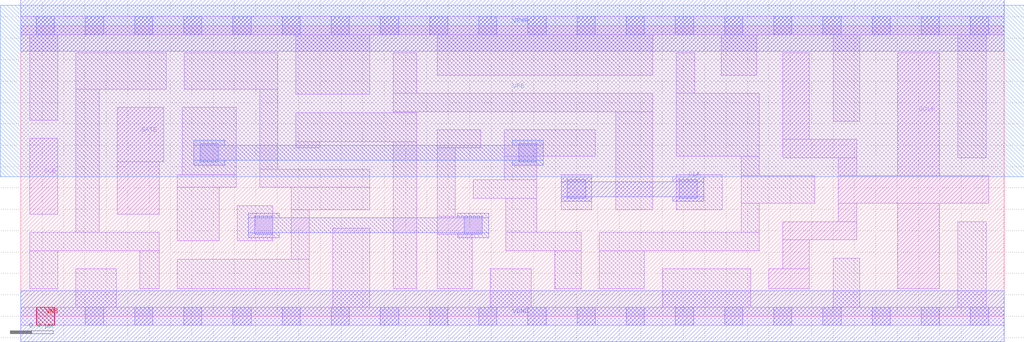
<source format=lef>
# Copyright 2020 The SkyWater PDK Authors
#
# Licensed under the Apache License, Version 2.0 (the "License");
# you may not use this file except in compliance with the License.
# You may obtain a copy of the License at
#
#     https://www.apache.org/licenses/LICENSE-2.0
#
# Unless required by applicable law or agreed to in writing, software
# distributed under the License is distributed on an "AS IS" BASIS,
# WITHOUT WARRANTIES OR CONDITIONS OF ANY KIND, either express or implied.
# See the License for the specific language governing permissions and
# limitations under the License.
#
# SPDX-License-Identifier: Apache-2.0

VERSION 5.7 ;
  NOWIREEXTENSIONATPIN ON ;
  DIVIDERCHAR "/" ;
  BUSBITCHARS "[]" ;
PROPERTYDEFINITIONS
  MACRO maskLayoutSubType STRING ;
  MACRO prCellType STRING ;
  MACRO originalViewName STRING ;
END PROPERTYDEFINITIONS
MACRO sky130_fd_sc_hdll__sdlclkp_4
  CLASS CORE ;
  FOREIGN sky130_fd_sc_hdll__sdlclkp_4 ;
  ORIGIN  0.000000  0.000000 ;
  SIZE  9.200000 BY  2.720000 ;
  SYMMETRY X Y R90 ;
  SITE unithd ;
  PIN CLK
    ANTENNAGATEAREA  0.455700 ;
    DIRECTION INPUT ;
    USE SIGNAL ;
    PORT
      LAYER met1 ;
        RECT 5.055000 1.075000 5.345000 1.120000 ;
        RECT 5.055000 1.120000 6.390000 1.260000 ;
        RECT 5.055000 1.260000 5.345000 1.305000 ;
        RECT 6.100000 1.075000 6.390000 1.120000 ;
        RECT 6.100000 1.260000 6.390000 1.305000 ;
    END
  END CLK
  PIN GATE
    ANTENNAGATEAREA  0.178200 ;
    DIRECTION INPUT ;
    USE SIGNAL ;
    PORT
      LAYER li1 ;
        RECT 0.905000 0.955000 1.295000 1.445000 ;
        RECT 0.905000 1.445000 1.340000 1.955000 ;
    END
  END GATE
  PIN GCLK
    ANTENNADIFFAREA  1.251250 ;
    DIRECTION OUTPUT ;
    USE SIGNAL ;
    PORT
      LAYER li1 ;
        RECT 7.000000 0.255000 7.380000 0.445000 ;
        RECT 7.130000 0.445000 7.380000 0.715000 ;
        RECT 7.130000 0.715000 7.820000 0.885000 ;
        RECT 7.130000 1.485000 7.820000 1.655000 ;
        RECT 7.130000 1.655000 7.380000 2.465000 ;
        RECT 7.650000 0.885000 7.820000 1.055000 ;
        RECT 7.650000 1.055000 9.055000 1.315000 ;
        RECT 7.650000 1.315000 7.820000 1.485000 ;
        RECT 8.205000 0.255000 8.595000 1.055000 ;
        RECT 8.205000 1.315000 8.595000 2.465000 ;
    END
  END GCLK
  PIN SCE
    ANTENNAGATEAREA  0.178200 ;
    DIRECTION INPUT ;
    USE SIGNAL ;
    PORT
      LAYER li1 ;
        RECT 0.085000 0.955000 0.345000 1.665000 ;
    END
  END SCE
  PIN VNB
    PORT
      LAYER pwell ;
        RECT 0.150000 -0.085000 0.320000 0.085000 ;
    END
  END VNB
  PIN VPB
    PORT
      LAYER nwell ;
        RECT -0.190000 1.305000 9.390000 2.910000 ;
    END
  END VPB
  PIN VGND
    DIRECTION INOUT ;
    USE GROUND ;
    PORT
      LAYER met1 ;
        RECT 0.000000 -0.240000 9.200000 0.240000 ;
    END
  END VGND
  PIN VPWR
    DIRECTION INOUT ;
    USE POWER ;
    PORT
      LAYER met1 ;
        RECT 0.000000 2.480000 9.200000 2.960000 ;
    END
  END VPWR
  OBS
    LAYER li1 ;
      RECT 0.000000 -0.085000 9.200000 0.085000 ;
      RECT 0.000000  2.635000 9.200000 2.805000 ;
      RECT 0.085000  0.255000 0.345000 0.615000 ;
      RECT 0.085000  0.615000 1.295000 0.785000 ;
      RECT 0.085000  1.835000 0.345000 2.635000 ;
      RECT 0.515000  0.085000 0.895000 0.445000 ;
      RECT 0.515000  0.785000 0.735000 2.125000 ;
      RECT 0.515000  2.125000 1.360000 2.465000 ;
      RECT 1.115000  0.255000 1.295000 0.615000 ;
      RECT 1.465000  0.255000 2.700000 0.535000 ;
      RECT 1.465000  0.705000 1.855000 1.205000 ;
      RECT 1.465000  1.205000 2.015000 1.325000 ;
      RECT 1.510000  1.325000 2.015000 1.955000 ;
      RECT 1.530000  2.125000 2.405000 2.465000 ;
      RECT 2.025000  0.705000 2.360000 1.035000 ;
      RECT 2.235000  1.205000 3.265000 1.375000 ;
      RECT 2.235000  1.375000 2.405000 2.125000 ;
      RECT 2.530000  0.535000 2.700000 0.995000 ;
      RECT 2.530000  0.995000 3.265000 1.205000 ;
      RECT 2.575000  1.575000 2.795000 1.635000 ;
      RECT 2.575000  1.635000 3.705000 1.905000 ;
      RECT 2.575000  2.075000 3.265000 2.635000 ;
      RECT 2.920000  0.085000 3.265000 0.825000 ;
      RECT 3.485000  0.255000 3.705000 1.635000 ;
      RECT 3.485000  1.905000 3.705000 1.915000 ;
      RECT 3.485000  1.915000 5.915000 2.085000 ;
      RECT 3.485000  2.085000 3.705000 2.465000 ;
      RECT 3.895000  0.255000 4.225000 0.765000 ;
      RECT 3.895000  0.765000 4.320000 0.935000 ;
      RECT 3.895000  0.935000 4.065000 1.575000 ;
      RECT 3.895000  1.575000 4.305000 1.745000 ;
      RECT 3.895000  2.255000 5.915000 2.635000 ;
      RECT 4.235000  1.105000 4.830000 1.275000 ;
      RECT 4.395000  0.085000 4.775000 0.445000 ;
      RECT 4.525000  1.275000 4.830000 1.495000 ;
      RECT 4.525000  1.495000 5.375000 1.745000 ;
      RECT 4.540000  0.615000 5.245000 0.785000 ;
      RECT 4.540000  0.785000 4.830000 1.105000 ;
      RECT 4.995000  0.255000 5.245000 0.615000 ;
      RECT 5.055000  0.995000 5.345000 1.325000 ;
      RECT 5.415000  0.255000 5.835000 0.615000 ;
      RECT 5.415000  0.615000 6.910000 0.785000 ;
      RECT 5.565000  0.995000 5.915000 1.915000 ;
      RECT 6.005000  0.085000 6.830000 0.445000 ;
      RECT 6.135000  0.995000 6.565000 1.325000 ;
      RECT 6.135000  1.495000 6.910000 2.085000 ;
      RECT 6.135000  2.085000 6.305000 2.465000 ;
      RECT 6.555000  2.255000 6.885000 2.635000 ;
      RECT 6.740000  0.785000 6.910000 1.055000 ;
      RECT 6.740000  1.055000 7.430000 1.315000 ;
      RECT 6.740000  1.315000 6.910000 1.495000 ;
      RECT 7.600000  0.085000 7.850000 0.545000 ;
      RECT 7.600000  1.825000 7.850000 2.635000 ;
      RECT 8.765000  0.085000 9.035000 0.885000 ;
      RECT 8.765000  1.485000 9.035000 2.635000 ;
    LAYER mcon ;
      RECT 0.145000 -0.085000 0.315000 0.085000 ;
      RECT 0.145000  2.635000 0.315000 2.805000 ;
      RECT 0.605000 -0.085000 0.775000 0.085000 ;
      RECT 0.605000  2.635000 0.775000 2.805000 ;
      RECT 1.065000 -0.085000 1.235000 0.085000 ;
      RECT 1.065000  2.635000 1.235000 2.805000 ;
      RECT 1.525000 -0.085000 1.695000 0.085000 ;
      RECT 1.525000  2.635000 1.695000 2.805000 ;
      RECT 1.680000  1.445000 1.850000 1.615000 ;
      RECT 1.985000 -0.085000 2.155000 0.085000 ;
      RECT 1.985000  2.635000 2.155000 2.805000 ;
      RECT 2.190000  0.765000 2.360000 0.935000 ;
      RECT 2.445000 -0.085000 2.615000 0.085000 ;
      RECT 2.445000  2.635000 2.615000 2.805000 ;
      RECT 2.905000 -0.085000 3.075000 0.085000 ;
      RECT 2.905000  2.635000 3.075000 2.805000 ;
      RECT 3.365000 -0.085000 3.535000 0.085000 ;
      RECT 3.365000  2.635000 3.535000 2.805000 ;
      RECT 3.825000 -0.085000 3.995000 0.085000 ;
      RECT 3.825000  2.635000 3.995000 2.805000 ;
      RECT 4.150000  0.765000 4.320000 0.935000 ;
      RECT 4.285000 -0.085000 4.455000 0.085000 ;
      RECT 4.285000  2.635000 4.455000 2.805000 ;
      RECT 4.660000  1.445000 4.830000 1.615000 ;
      RECT 4.745000 -0.085000 4.915000 0.085000 ;
      RECT 4.745000  2.635000 4.915000 2.805000 ;
      RECT 5.115000  1.105000 5.285000 1.275000 ;
      RECT 5.205000 -0.085000 5.375000 0.085000 ;
      RECT 5.205000  2.635000 5.375000 2.805000 ;
      RECT 5.665000 -0.085000 5.835000 0.085000 ;
      RECT 5.665000  2.635000 5.835000 2.805000 ;
      RECT 6.125000 -0.085000 6.295000 0.085000 ;
      RECT 6.125000  2.635000 6.295000 2.805000 ;
      RECT 6.160000  1.105000 6.330000 1.275000 ;
      RECT 6.585000 -0.085000 6.755000 0.085000 ;
      RECT 6.585000  2.635000 6.755000 2.805000 ;
      RECT 7.045000 -0.085000 7.215000 0.085000 ;
      RECT 7.045000  2.635000 7.215000 2.805000 ;
      RECT 7.505000 -0.085000 7.675000 0.085000 ;
      RECT 7.505000  2.635000 7.675000 2.805000 ;
      RECT 7.965000 -0.085000 8.135000 0.085000 ;
      RECT 7.965000  2.635000 8.135000 2.805000 ;
      RECT 8.425000 -0.085000 8.595000 0.085000 ;
      RECT 8.425000  2.635000 8.595000 2.805000 ;
      RECT 8.885000 -0.085000 9.055000 0.085000 ;
      RECT 8.885000  2.635000 9.055000 2.805000 ;
    LAYER met1 ;
      RECT 1.620000 1.415000 1.910000 1.460000 ;
      RECT 1.620000 1.460000 4.890000 1.600000 ;
      RECT 1.620000 1.600000 1.910000 1.645000 ;
      RECT 2.130000 0.735000 2.420000 0.780000 ;
      RECT 2.130000 0.780000 4.380000 0.920000 ;
      RECT 2.130000 0.920000 2.420000 0.965000 ;
      RECT 4.090000 0.735000 4.380000 0.780000 ;
      RECT 4.090000 0.920000 4.380000 0.965000 ;
      RECT 4.600000 1.415000 4.890000 1.460000 ;
      RECT 4.600000 1.600000 4.890000 1.645000 ;
  END
  PROPERTY maskLayoutSubType "abstract" ;
  PROPERTY prCellType "standard" ;
  PROPERTY originalViewName "layout" ;
END sky130_fd_sc_hdll__sdlclkp_4
END LIBRARY

</source>
